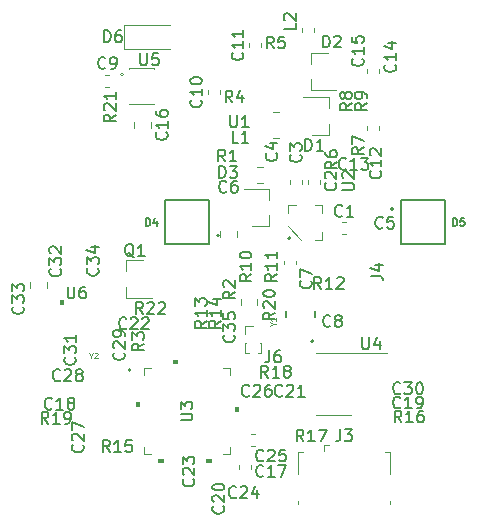
<source format=gto>
G04 #@! TF.GenerationSoftware,KiCad,Pcbnew,(5.1.5)-3*
G04 #@! TF.CreationDate,2021-09-06T00:05:08-04:00*
G04 #@! TF.ProjectId,EPC611 LIDAR,45504336-3131-4204-9c49-4441522e6b69,rev?*
G04 #@! TF.SameCoordinates,Original*
G04 #@! TF.FileFunction,Legend,Top*
G04 #@! TF.FilePolarity,Positive*
%FSLAX46Y46*%
G04 Gerber Fmt 4.6, Leading zero omitted, Abs format (unit mm)*
G04 Created by KiCad (PCBNEW (5.1.5)-3) date 2021-09-06 00:05:08*
%MOMM*%
%LPD*%
G04 APERTURE LIST*
%ADD10C,0.120000*%
%ADD11C,0.200000*%
%ADD12C,0.127000*%
%ADD13C,0.100000*%
%ADD14C,0.150000*%
%ADD15C,0.120200*%
%ADD16C,0.120132*%
G04 APERTURE END LIST*
D10*
X89700000Y-73300000D02*
X93550000Y-73300000D01*
X89700000Y-75300000D02*
X93550000Y-75300000D01*
X89700000Y-73300000D02*
X89700000Y-75300000D01*
D11*
X90250000Y-102500000D02*
G75*
G03X90250000Y-102500000I-100000J0D01*
G01*
X105694000Y-100075000D02*
G75*
G03X105694000Y-100075000I-100000J0D01*
G01*
D12*
X105850000Y-98050000D02*
X105850000Y-97550000D01*
X103350000Y-98050000D02*
X103350000Y-97550000D01*
D13*
G36*
X84265700Y-96940689D02*
G01*
X84265700Y-96559689D01*
X84519700Y-96559689D01*
X84519700Y-96940689D01*
X84265700Y-96940689D01*
G37*
X84265700Y-96940689D02*
X84265700Y-96559689D01*
X84519700Y-96559689D01*
X84519700Y-96940689D01*
X84265700Y-96940689D01*
D10*
X90075000Y-77000001D02*
X90075000Y-76975000D01*
X90075000Y-80025002D02*
X90075000Y-80000001D01*
X90075000Y-80025002D02*
X92175000Y-80025002D01*
X92175000Y-77000001D02*
X92175000Y-76975000D01*
X92175000Y-80025002D02*
X92175000Y-80000001D01*
X90075000Y-76975000D02*
X92175000Y-76975000D01*
X89600002Y-77500000D02*
G75*
G03X89600002Y-77500000I-125001J0D01*
G01*
X111900000Y-101090000D02*
X105900000Y-101090000D01*
X108900000Y-106310000D02*
X105900000Y-106310000D01*
X91367800Y-102367800D02*
X91367800Y-102936760D01*
X91367800Y-109632200D02*
X91936760Y-109632200D01*
X98632200Y-109632200D02*
X98632200Y-109063240D01*
X98632200Y-102367800D02*
X98063240Y-102367800D01*
X91936760Y-102367800D02*
X91367800Y-102367800D01*
X91367800Y-109063240D02*
X91367800Y-109632200D01*
X98063240Y-109632200D02*
X98632200Y-109632200D01*
X98632200Y-102936760D02*
X98632200Y-102367800D01*
D13*
G36*
X94174500Y-101682000D02*
G01*
X93793500Y-101682000D01*
X93793500Y-101936000D01*
X94174500Y-101936000D01*
X94174500Y-101682000D01*
G37*
X94174500Y-101682000D02*
X93793500Y-101682000D01*
X93793500Y-101936000D01*
X94174500Y-101936000D01*
X94174500Y-101682000D01*
G36*
X90936000Y-105199900D02*
G01*
X90682000Y-105199900D01*
X90682000Y-105580900D01*
X90936000Y-105580900D01*
X90936000Y-105199900D01*
G37*
X90936000Y-105199900D02*
X90682000Y-105199900D01*
X90682000Y-105580900D01*
X90936000Y-105580900D01*
X90936000Y-105199900D01*
G36*
X92955300Y-110318000D02*
G01*
X92574300Y-110318000D01*
X92574300Y-110064000D01*
X92955300Y-110064000D01*
X92955300Y-110318000D01*
G37*
X92955300Y-110318000D02*
X92574300Y-110318000D01*
X92574300Y-110064000D01*
X92955300Y-110064000D01*
X92955300Y-110318000D01*
G36*
X97019300Y-110318000D02*
G01*
X96638300Y-110318000D01*
X96638300Y-110064000D01*
X97019300Y-110064000D01*
X97019300Y-110318000D01*
G37*
X97019300Y-110318000D02*
X96638300Y-110318000D01*
X96638300Y-110064000D01*
X97019300Y-110064000D01*
X97019300Y-110318000D01*
G36*
X99064000Y-105606300D02*
G01*
X99318000Y-105606300D01*
X99318000Y-105987300D01*
X99064000Y-105987300D01*
X99064000Y-105606300D01*
G37*
X99064000Y-105606300D02*
X99318000Y-105606300D01*
X99318000Y-105987300D01*
X99064000Y-105987300D01*
X99064000Y-105606300D01*
D11*
X103750000Y-91350000D02*
G75*
G03X103750000Y-91350000I-100000J0D01*
G01*
D10*
X103530000Y-90350000D02*
X104650000Y-91470000D01*
X106470000Y-91470000D02*
X105795000Y-91470000D01*
X106470000Y-90795000D02*
X106470000Y-91470000D01*
X103530000Y-88530000D02*
X104205000Y-88530000D01*
X103530000Y-89205000D02*
X103530000Y-88530000D01*
X106470000Y-88530000D02*
X105795000Y-88530000D01*
X106470000Y-89205000D02*
X106470000Y-88530000D01*
X103530000Y-88530000D02*
X104205000Y-88530000D01*
X103530000Y-89205000D02*
X103530000Y-88530000D01*
X103530000Y-88530000D02*
X104205000Y-88530000D01*
X103530000Y-89205000D02*
X103530000Y-88530000D01*
X99540000Y-96491422D02*
X99540000Y-97008578D01*
X100960000Y-96491422D02*
X100960000Y-97008578D01*
X99210000Y-91258578D02*
X99210000Y-90741422D01*
X97790000Y-91258578D02*
X97790000Y-90741422D01*
X89840000Y-93220000D02*
X91300000Y-93220000D01*
X89840000Y-96380000D02*
X92000000Y-96380000D01*
X89840000Y-96380000D02*
X89840000Y-95450000D01*
X89840000Y-93220000D02*
X89840000Y-94150000D01*
X105760000Y-73912779D02*
X105760000Y-73587221D01*
X104740000Y-73912779D02*
X104740000Y-73587221D01*
X102238748Y-82860000D02*
X102761252Y-82860000D01*
X102238748Y-80640000D02*
X102761252Y-80640000D01*
X99905000Y-98815000D02*
X100600000Y-98815000D01*
X99905000Y-99500000D02*
X99905000Y-98815000D01*
X101208276Y-100185000D02*
X101295000Y-100185000D01*
X99905000Y-100185000D02*
X99991724Y-100185000D01*
X101295000Y-100185000D02*
X101295000Y-101060000D01*
X99905000Y-100185000D02*
X99905000Y-101060000D01*
X100994493Y-101060000D02*
X101295000Y-101060000D01*
X99905000Y-101060000D02*
X100205507Y-101060000D01*
X106600000Y-108887500D02*
X106600000Y-109337500D01*
X106600000Y-108887500D02*
X107050000Y-108887500D01*
X112200000Y-109437500D02*
X111750000Y-109437500D01*
X112200000Y-111287500D02*
X112200000Y-109437500D01*
X104400000Y-113837500D02*
X104400000Y-113587500D01*
X112200000Y-113837500D02*
X112200000Y-113587500D01*
X104400000Y-111287500D02*
X104400000Y-109437500D01*
X104400000Y-109437500D02*
X104850000Y-109437500D01*
D11*
X112463080Y-88868440D02*
G75*
G03X112463080Y-88868440I-100000J0D01*
G01*
D12*
X113125000Y-88125000D02*
X113125000Y-91875000D01*
X113125000Y-91875000D02*
X116875000Y-91875000D01*
X116875000Y-91875000D02*
X116875000Y-88125000D01*
X116875000Y-88125000D02*
X113125000Y-88125000D01*
D11*
X97736920Y-91131560D02*
G75*
G03X97736920Y-91131560I-100000J0D01*
G01*
D12*
X96875000Y-91875000D02*
X96875000Y-88125000D01*
X96875000Y-88125000D02*
X93125000Y-88125000D01*
X93125000Y-88125000D02*
X93125000Y-91875000D01*
X93125000Y-91875000D02*
X96875000Y-91875000D01*
D10*
X101960000Y-90330000D02*
X100500000Y-90330000D01*
X101960000Y-87170000D02*
X99800000Y-87170000D01*
X101960000Y-87170000D02*
X101960000Y-88100000D01*
X101960000Y-90330000D02*
X101960000Y-89400000D01*
X105490000Y-75670000D02*
X106950000Y-75670000D01*
X105490000Y-78830000D02*
X107650000Y-78830000D01*
X105490000Y-78830000D02*
X105490000Y-77900000D01*
X105490000Y-75670000D02*
X105490000Y-76600000D01*
X107010000Y-82580000D02*
X105550000Y-82580000D01*
X107010000Y-79420000D02*
X104850000Y-79420000D01*
X107010000Y-79420000D02*
X107010000Y-80350000D01*
X107010000Y-82580000D02*
X107010000Y-81650000D01*
X83110000Y-95558578D02*
X83110000Y-95041422D01*
X81690000Y-95558578D02*
X81690000Y-95041422D01*
X100437221Y-108910000D02*
X100762779Y-108910000D01*
X100437221Y-107890000D02*
X100762779Y-107890000D01*
X99390000Y-110537221D02*
X99390000Y-110862779D01*
X100410000Y-110537221D02*
X100410000Y-110862779D01*
X90540000Y-81491422D02*
X90540000Y-82008578D01*
X91960000Y-81491422D02*
X91960000Y-82008578D01*
X111260000Y-77375279D02*
X111260000Y-77049721D01*
X110240000Y-77375279D02*
X110240000Y-77049721D01*
X110240000Y-81837221D02*
X110240000Y-82162779D01*
X111260000Y-81837221D02*
X111260000Y-82162779D01*
X101260000Y-75162779D02*
X101260000Y-74837221D01*
X100240000Y-75162779D02*
X100240000Y-74837221D01*
X97760000Y-79162779D02*
X97760000Y-78837221D01*
X96740000Y-79162779D02*
X96740000Y-78837221D01*
X88087221Y-78510000D02*
X88412779Y-78510000D01*
X88087221Y-77490000D02*
X88412779Y-77490000D01*
X104210000Y-93562779D02*
X104210000Y-93237221D01*
X103190000Y-93562779D02*
X103190000Y-93237221D01*
X101458578Y-85290000D02*
X100941422Y-85290000D01*
X101458578Y-86710000D02*
X100941422Y-86710000D01*
X104760000Y-86762779D02*
X104760000Y-86437221D01*
X103740000Y-86762779D02*
X103740000Y-86437221D01*
X106260000Y-86762779D02*
X106260000Y-86437221D01*
X105240000Y-86762779D02*
X105240000Y-86437221D01*
X108137221Y-91010000D02*
X108462779Y-91010000D01*
X108137221Y-89990000D02*
X108462779Y-89990000D01*
D14*
X87961904Y-74752380D02*
X87961904Y-73752380D01*
X88200000Y-73752380D01*
X88342857Y-73800000D01*
X88438095Y-73895238D01*
X88485714Y-73990476D01*
X88533333Y-74180952D01*
X88533333Y-74323809D01*
X88485714Y-74514285D01*
X88438095Y-74609523D01*
X88342857Y-74704761D01*
X88200000Y-74752380D01*
X87961904Y-74752380D01*
X89390476Y-73752380D02*
X89200000Y-73752380D01*
X89104761Y-73800000D01*
X89057142Y-73847619D01*
X88961904Y-73990476D01*
X88914285Y-74180952D01*
X88914285Y-74561904D01*
X88961904Y-74657142D01*
X89009523Y-74704761D01*
X89104761Y-74752380D01*
X89295238Y-74752380D01*
X89390476Y-74704761D01*
X89438095Y-74657142D01*
X89485714Y-74561904D01*
X89485714Y-74323809D01*
X89438095Y-74228571D01*
X89390476Y-74180952D01*
X89295238Y-74133333D01*
X89104761Y-74133333D01*
X89009523Y-74180952D01*
X88961904Y-74228571D01*
X88914285Y-74323809D01*
X98957142Y-99542857D02*
X99004761Y-99590476D01*
X99052380Y-99733333D01*
X99052380Y-99828571D01*
X99004761Y-99971428D01*
X98909523Y-100066666D01*
X98814285Y-100114285D01*
X98623809Y-100161904D01*
X98480952Y-100161904D01*
X98290476Y-100114285D01*
X98195238Y-100066666D01*
X98100000Y-99971428D01*
X98052380Y-99828571D01*
X98052380Y-99733333D01*
X98100000Y-99590476D01*
X98147619Y-99542857D01*
X98052380Y-99209523D02*
X98052380Y-98590476D01*
X98433333Y-98923809D01*
X98433333Y-98780952D01*
X98480952Y-98685714D01*
X98528571Y-98638095D01*
X98623809Y-98590476D01*
X98861904Y-98590476D01*
X98957142Y-98638095D01*
X99004761Y-98685714D01*
X99052380Y-98780952D01*
X99052380Y-99066666D01*
X99004761Y-99161904D01*
X98957142Y-99209523D01*
X98052380Y-97685714D02*
X98052380Y-98161904D01*
X98528571Y-98209523D01*
X98480952Y-98161904D01*
X98433333Y-98066666D01*
X98433333Y-97828571D01*
X98480952Y-97733333D01*
X98528571Y-97685714D01*
X98623809Y-97638095D01*
X98861904Y-97638095D01*
X98957142Y-97685714D01*
X99004761Y-97733333D01*
X99052380Y-97828571D01*
X99052380Y-98066666D01*
X99004761Y-98161904D01*
X98957142Y-98209523D01*
X88952380Y-80892857D02*
X88476190Y-81226190D01*
X88952380Y-81464285D02*
X87952380Y-81464285D01*
X87952380Y-81083333D01*
X88000000Y-80988095D01*
X88047619Y-80940476D01*
X88142857Y-80892857D01*
X88285714Y-80892857D01*
X88380952Y-80940476D01*
X88428571Y-80988095D01*
X88476190Y-81083333D01*
X88476190Y-81464285D01*
X88047619Y-80511904D02*
X88000000Y-80464285D01*
X87952380Y-80369047D01*
X87952380Y-80130952D01*
X88000000Y-80035714D01*
X88047619Y-79988095D01*
X88142857Y-79940476D01*
X88238095Y-79940476D01*
X88380952Y-79988095D01*
X88952380Y-80559523D01*
X88952380Y-79940476D01*
X88952380Y-78988095D02*
X88952380Y-79559523D01*
X88952380Y-79273809D02*
X87952380Y-79273809D01*
X88095238Y-79369047D01*
X88190476Y-79464285D01*
X88238095Y-79559523D01*
D15*
X86871048Y-101288552D02*
X86871048Y-101517504D01*
X86710781Y-101036705D02*
X86871048Y-101288552D01*
X87031314Y-101036705D01*
X87168685Y-101082495D02*
X87191580Y-101059600D01*
X87237371Y-101036705D01*
X87351847Y-101036705D01*
X87397637Y-101059600D01*
X87420532Y-101082495D01*
X87443427Y-101128286D01*
X87443427Y-101174076D01*
X87420532Y-101242762D01*
X87145790Y-101517504D01*
X87443427Y-101517504D01*
D14*
D16*
X102287233Y-98638490D02*
X102516056Y-98638490D01*
X102035529Y-98798666D02*
X102287233Y-98638490D01*
X102035529Y-98478314D01*
X102516056Y-98066434D02*
X102516056Y-98341021D01*
X102516056Y-98203727D02*
X102035529Y-98203727D01*
X102104175Y-98249492D01*
X102149940Y-98295256D01*
X102172822Y-98341021D01*
D14*
X84888095Y-95452380D02*
X84888095Y-96261904D01*
X84935714Y-96357142D01*
X84983333Y-96404761D01*
X85078571Y-96452380D01*
X85269047Y-96452380D01*
X85364285Y-96404761D01*
X85411904Y-96357142D01*
X85459523Y-96261904D01*
X85459523Y-95452380D01*
X86364285Y-95452380D02*
X86173809Y-95452380D01*
X86078571Y-95500000D01*
X86030952Y-95547619D01*
X85935714Y-95690476D01*
X85888095Y-95880952D01*
X85888095Y-96261904D01*
X85935714Y-96357142D01*
X85983333Y-96404761D01*
X86078571Y-96452380D01*
X86269047Y-96452380D01*
X86364285Y-96404761D01*
X86411904Y-96357142D01*
X86459523Y-96261904D01*
X86459523Y-96023809D01*
X86411904Y-95928571D01*
X86364285Y-95880952D01*
X86269047Y-95833333D01*
X86078571Y-95833333D01*
X85983333Y-95880952D01*
X85935714Y-95928571D01*
X85888095Y-96023809D01*
X91038095Y-75702380D02*
X91038095Y-76511904D01*
X91085714Y-76607142D01*
X91133333Y-76654761D01*
X91228571Y-76702380D01*
X91419047Y-76702380D01*
X91514285Y-76654761D01*
X91561904Y-76607142D01*
X91609523Y-76511904D01*
X91609523Y-75702380D01*
X92561904Y-75702380D02*
X92085714Y-75702380D01*
X92038095Y-76178571D01*
X92085714Y-76130952D01*
X92180952Y-76083333D01*
X92419047Y-76083333D01*
X92514285Y-76130952D01*
X92561904Y-76178571D01*
X92609523Y-76273809D01*
X92609523Y-76511904D01*
X92561904Y-76607142D01*
X92514285Y-76654761D01*
X92419047Y-76702380D01*
X92180952Y-76702380D01*
X92085714Y-76654761D01*
X92038095Y-76607142D01*
X109838095Y-99752380D02*
X109838095Y-100561904D01*
X109885714Y-100657142D01*
X109933333Y-100704761D01*
X110028571Y-100752380D01*
X110219047Y-100752380D01*
X110314285Y-100704761D01*
X110361904Y-100657142D01*
X110409523Y-100561904D01*
X110409523Y-99752380D01*
X111314285Y-100085714D02*
X111314285Y-100752380D01*
X111076190Y-99704761D02*
X110838095Y-100419047D01*
X111457142Y-100419047D01*
X94452380Y-106761904D02*
X95261904Y-106761904D01*
X95357142Y-106714285D01*
X95404761Y-106666666D01*
X95452380Y-106571428D01*
X95452380Y-106380952D01*
X95404761Y-106285714D01*
X95357142Y-106238095D01*
X95261904Y-106190476D01*
X94452380Y-106190476D01*
X94452380Y-105809523D02*
X94452380Y-105190476D01*
X94833333Y-105523809D01*
X94833333Y-105380952D01*
X94880952Y-105285714D01*
X94928571Y-105238095D01*
X95023809Y-105190476D01*
X95261904Y-105190476D01*
X95357142Y-105238095D01*
X95404761Y-105285714D01*
X95452380Y-105380952D01*
X95452380Y-105666666D01*
X95404761Y-105761904D01*
X95357142Y-105809523D01*
X108152380Y-87261904D02*
X108961904Y-87261904D01*
X109057142Y-87214285D01*
X109104761Y-87166666D01*
X109152380Y-87071428D01*
X109152380Y-86880952D01*
X109104761Y-86785714D01*
X109057142Y-86738095D01*
X108961904Y-86690476D01*
X108152380Y-86690476D01*
X108247619Y-86261904D02*
X108200000Y-86214285D01*
X108152380Y-86119047D01*
X108152380Y-85880952D01*
X108200000Y-85785714D01*
X108247619Y-85738095D01*
X108342857Y-85690476D01*
X108438095Y-85690476D01*
X108580952Y-85738095D01*
X109152380Y-86309523D01*
X109152380Y-85690476D01*
X98638095Y-80952380D02*
X98638095Y-81761904D01*
X98685714Y-81857142D01*
X98733333Y-81904761D01*
X98828571Y-81952380D01*
X99019047Y-81952380D01*
X99114285Y-81904761D01*
X99161904Y-81857142D01*
X99209523Y-81761904D01*
X99209523Y-80952380D01*
X100209523Y-81952380D02*
X99638095Y-81952380D01*
X99923809Y-81952380D02*
X99923809Y-80952380D01*
X99828571Y-81095238D01*
X99733333Y-81190476D01*
X99638095Y-81238095D01*
X91257142Y-97752380D02*
X90923809Y-97276190D01*
X90685714Y-97752380D02*
X90685714Y-96752380D01*
X91066666Y-96752380D01*
X91161904Y-96800000D01*
X91209523Y-96847619D01*
X91257142Y-96942857D01*
X91257142Y-97085714D01*
X91209523Y-97180952D01*
X91161904Y-97228571D01*
X91066666Y-97276190D01*
X90685714Y-97276190D01*
X91638095Y-96847619D02*
X91685714Y-96800000D01*
X91780952Y-96752380D01*
X92019047Y-96752380D01*
X92114285Y-96800000D01*
X92161904Y-96847619D01*
X92209523Y-96942857D01*
X92209523Y-97038095D01*
X92161904Y-97180952D01*
X91590476Y-97752380D01*
X92209523Y-97752380D01*
X92590476Y-96847619D02*
X92638095Y-96800000D01*
X92733333Y-96752380D01*
X92971428Y-96752380D01*
X93066666Y-96800000D01*
X93114285Y-96847619D01*
X93161904Y-96942857D01*
X93161904Y-97038095D01*
X93114285Y-97180952D01*
X92542857Y-97752380D01*
X93161904Y-97752380D01*
X102452380Y-97642857D02*
X101976190Y-97976190D01*
X102452380Y-98214285D02*
X101452380Y-98214285D01*
X101452380Y-97833333D01*
X101500000Y-97738095D01*
X101547619Y-97690476D01*
X101642857Y-97642857D01*
X101785714Y-97642857D01*
X101880952Y-97690476D01*
X101928571Y-97738095D01*
X101976190Y-97833333D01*
X101976190Y-98214285D01*
X101547619Y-97261904D02*
X101500000Y-97214285D01*
X101452380Y-97119047D01*
X101452380Y-96880952D01*
X101500000Y-96785714D01*
X101547619Y-96738095D01*
X101642857Y-96690476D01*
X101738095Y-96690476D01*
X101880952Y-96738095D01*
X102452380Y-97309523D01*
X102452380Y-96690476D01*
X101452380Y-96071428D02*
X101452380Y-95976190D01*
X101500000Y-95880952D01*
X101547619Y-95833333D01*
X101642857Y-95785714D01*
X101833333Y-95738095D01*
X102071428Y-95738095D01*
X102261904Y-95785714D01*
X102357142Y-95833333D01*
X102404761Y-95880952D01*
X102452380Y-95976190D01*
X102452380Y-96071428D01*
X102404761Y-96166666D01*
X102357142Y-96214285D01*
X102261904Y-96261904D01*
X102071428Y-96309523D01*
X101833333Y-96309523D01*
X101642857Y-96261904D01*
X101547619Y-96214285D01*
X101500000Y-96166666D01*
X101452380Y-96071428D01*
X83257142Y-107052380D02*
X82923809Y-106576190D01*
X82685714Y-107052380D02*
X82685714Y-106052380D01*
X83066666Y-106052380D01*
X83161904Y-106100000D01*
X83209523Y-106147619D01*
X83257142Y-106242857D01*
X83257142Y-106385714D01*
X83209523Y-106480952D01*
X83161904Y-106528571D01*
X83066666Y-106576190D01*
X82685714Y-106576190D01*
X84209523Y-107052380D02*
X83638095Y-107052380D01*
X83923809Y-107052380D02*
X83923809Y-106052380D01*
X83828571Y-106195238D01*
X83733333Y-106290476D01*
X83638095Y-106338095D01*
X84685714Y-107052380D02*
X84876190Y-107052380D01*
X84971428Y-107004761D01*
X85019047Y-106957142D01*
X85114285Y-106814285D01*
X85161904Y-106623809D01*
X85161904Y-106242857D01*
X85114285Y-106147619D01*
X85066666Y-106100000D01*
X84971428Y-106052380D01*
X84780952Y-106052380D01*
X84685714Y-106100000D01*
X84638095Y-106147619D01*
X84590476Y-106242857D01*
X84590476Y-106480952D01*
X84638095Y-106576190D01*
X84685714Y-106623809D01*
X84780952Y-106671428D01*
X84971428Y-106671428D01*
X85066666Y-106623809D01*
X85114285Y-106576190D01*
X85161904Y-106480952D01*
X101857142Y-103152380D02*
X101523809Y-102676190D01*
X101285714Y-103152380D02*
X101285714Y-102152380D01*
X101666666Y-102152380D01*
X101761904Y-102200000D01*
X101809523Y-102247619D01*
X101857142Y-102342857D01*
X101857142Y-102485714D01*
X101809523Y-102580952D01*
X101761904Y-102628571D01*
X101666666Y-102676190D01*
X101285714Y-102676190D01*
X102809523Y-103152380D02*
X102238095Y-103152380D01*
X102523809Y-103152380D02*
X102523809Y-102152380D01*
X102428571Y-102295238D01*
X102333333Y-102390476D01*
X102238095Y-102438095D01*
X103380952Y-102580952D02*
X103285714Y-102533333D01*
X103238095Y-102485714D01*
X103190476Y-102390476D01*
X103190476Y-102342857D01*
X103238095Y-102247619D01*
X103285714Y-102200000D01*
X103380952Y-102152380D01*
X103571428Y-102152380D01*
X103666666Y-102200000D01*
X103714285Y-102247619D01*
X103761904Y-102342857D01*
X103761904Y-102390476D01*
X103714285Y-102485714D01*
X103666666Y-102533333D01*
X103571428Y-102580952D01*
X103380952Y-102580952D01*
X103285714Y-102628571D01*
X103238095Y-102676190D01*
X103190476Y-102771428D01*
X103190476Y-102961904D01*
X103238095Y-103057142D01*
X103285714Y-103104761D01*
X103380952Y-103152380D01*
X103571428Y-103152380D01*
X103666666Y-103104761D01*
X103714285Y-103057142D01*
X103761904Y-102961904D01*
X103761904Y-102771428D01*
X103714285Y-102676190D01*
X103666666Y-102628571D01*
X103571428Y-102580952D01*
X104857142Y-108552380D02*
X104523809Y-108076190D01*
X104285714Y-108552380D02*
X104285714Y-107552380D01*
X104666666Y-107552380D01*
X104761904Y-107600000D01*
X104809523Y-107647619D01*
X104857142Y-107742857D01*
X104857142Y-107885714D01*
X104809523Y-107980952D01*
X104761904Y-108028571D01*
X104666666Y-108076190D01*
X104285714Y-108076190D01*
X105809523Y-108552380D02*
X105238095Y-108552380D01*
X105523809Y-108552380D02*
X105523809Y-107552380D01*
X105428571Y-107695238D01*
X105333333Y-107790476D01*
X105238095Y-107838095D01*
X106142857Y-107552380D02*
X106809523Y-107552380D01*
X106380952Y-108552380D01*
X113157142Y-106952380D02*
X112823809Y-106476190D01*
X112585714Y-106952380D02*
X112585714Y-105952380D01*
X112966666Y-105952380D01*
X113061904Y-106000000D01*
X113109523Y-106047619D01*
X113157142Y-106142857D01*
X113157142Y-106285714D01*
X113109523Y-106380952D01*
X113061904Y-106428571D01*
X112966666Y-106476190D01*
X112585714Y-106476190D01*
X114109523Y-106952380D02*
X113538095Y-106952380D01*
X113823809Y-106952380D02*
X113823809Y-105952380D01*
X113728571Y-106095238D01*
X113633333Y-106190476D01*
X113538095Y-106238095D01*
X114966666Y-105952380D02*
X114776190Y-105952380D01*
X114680952Y-106000000D01*
X114633333Y-106047619D01*
X114538095Y-106190476D01*
X114490476Y-106380952D01*
X114490476Y-106761904D01*
X114538095Y-106857142D01*
X114585714Y-106904761D01*
X114680952Y-106952380D01*
X114871428Y-106952380D01*
X114966666Y-106904761D01*
X115014285Y-106857142D01*
X115061904Y-106761904D01*
X115061904Y-106523809D01*
X115014285Y-106428571D01*
X114966666Y-106380952D01*
X114871428Y-106333333D01*
X114680952Y-106333333D01*
X114585714Y-106380952D01*
X114538095Y-106428571D01*
X114490476Y-106523809D01*
X88457142Y-109452380D02*
X88123809Y-108976190D01*
X87885714Y-109452380D02*
X87885714Y-108452380D01*
X88266666Y-108452380D01*
X88361904Y-108500000D01*
X88409523Y-108547619D01*
X88457142Y-108642857D01*
X88457142Y-108785714D01*
X88409523Y-108880952D01*
X88361904Y-108928571D01*
X88266666Y-108976190D01*
X87885714Y-108976190D01*
X89409523Y-109452380D02*
X88838095Y-109452380D01*
X89123809Y-109452380D02*
X89123809Y-108452380D01*
X89028571Y-108595238D01*
X88933333Y-108690476D01*
X88838095Y-108738095D01*
X90314285Y-108452380D02*
X89838095Y-108452380D01*
X89790476Y-108928571D01*
X89838095Y-108880952D01*
X89933333Y-108833333D01*
X90171428Y-108833333D01*
X90266666Y-108880952D01*
X90314285Y-108928571D01*
X90361904Y-109023809D01*
X90361904Y-109261904D01*
X90314285Y-109357142D01*
X90266666Y-109404761D01*
X90171428Y-109452380D01*
X89933333Y-109452380D01*
X89838095Y-109404761D01*
X89790476Y-109357142D01*
X97852380Y-98342857D02*
X97376190Y-98676190D01*
X97852380Y-98914285D02*
X96852380Y-98914285D01*
X96852380Y-98533333D01*
X96900000Y-98438095D01*
X96947619Y-98390476D01*
X97042857Y-98342857D01*
X97185714Y-98342857D01*
X97280952Y-98390476D01*
X97328571Y-98438095D01*
X97376190Y-98533333D01*
X97376190Y-98914285D01*
X97852380Y-97390476D02*
X97852380Y-97961904D01*
X97852380Y-97676190D02*
X96852380Y-97676190D01*
X96995238Y-97771428D01*
X97090476Y-97866666D01*
X97138095Y-97961904D01*
X97185714Y-96533333D02*
X97852380Y-96533333D01*
X96804761Y-96771428D02*
X97519047Y-97009523D01*
X97519047Y-96390476D01*
X96652380Y-98342857D02*
X96176190Y-98676190D01*
X96652380Y-98914285D02*
X95652380Y-98914285D01*
X95652380Y-98533333D01*
X95700000Y-98438095D01*
X95747619Y-98390476D01*
X95842857Y-98342857D01*
X95985714Y-98342857D01*
X96080952Y-98390476D01*
X96128571Y-98438095D01*
X96176190Y-98533333D01*
X96176190Y-98914285D01*
X96652380Y-97390476D02*
X96652380Y-97961904D01*
X96652380Y-97676190D02*
X95652380Y-97676190D01*
X95795238Y-97771428D01*
X95890476Y-97866666D01*
X95938095Y-97961904D01*
X95652380Y-97057142D02*
X95652380Y-96438095D01*
X96033333Y-96771428D01*
X96033333Y-96628571D01*
X96080952Y-96533333D01*
X96128571Y-96485714D01*
X96223809Y-96438095D01*
X96461904Y-96438095D01*
X96557142Y-96485714D01*
X96604761Y-96533333D01*
X96652380Y-96628571D01*
X96652380Y-96914285D01*
X96604761Y-97009523D01*
X96557142Y-97057142D01*
X106357142Y-95652380D02*
X106023809Y-95176190D01*
X105785714Y-95652380D02*
X105785714Y-94652380D01*
X106166666Y-94652380D01*
X106261904Y-94700000D01*
X106309523Y-94747619D01*
X106357142Y-94842857D01*
X106357142Y-94985714D01*
X106309523Y-95080952D01*
X106261904Y-95128571D01*
X106166666Y-95176190D01*
X105785714Y-95176190D01*
X107309523Y-95652380D02*
X106738095Y-95652380D01*
X107023809Y-95652380D02*
X107023809Y-94652380D01*
X106928571Y-94795238D01*
X106833333Y-94890476D01*
X106738095Y-94938095D01*
X107690476Y-94747619D02*
X107738095Y-94700000D01*
X107833333Y-94652380D01*
X108071428Y-94652380D01*
X108166666Y-94700000D01*
X108214285Y-94747619D01*
X108261904Y-94842857D01*
X108261904Y-94938095D01*
X108214285Y-95080952D01*
X107642857Y-95652380D01*
X108261904Y-95652380D01*
X102602380Y-94392857D02*
X102126190Y-94726190D01*
X102602380Y-94964285D02*
X101602380Y-94964285D01*
X101602380Y-94583333D01*
X101650000Y-94488095D01*
X101697619Y-94440476D01*
X101792857Y-94392857D01*
X101935714Y-94392857D01*
X102030952Y-94440476D01*
X102078571Y-94488095D01*
X102126190Y-94583333D01*
X102126190Y-94964285D01*
X102602380Y-93440476D02*
X102602380Y-94011904D01*
X102602380Y-93726190D02*
X101602380Y-93726190D01*
X101745238Y-93821428D01*
X101840476Y-93916666D01*
X101888095Y-94011904D01*
X102602380Y-92488095D02*
X102602380Y-93059523D01*
X102602380Y-92773809D02*
X101602380Y-92773809D01*
X101745238Y-92869047D01*
X101840476Y-92964285D01*
X101888095Y-93059523D01*
X100452380Y-94392857D02*
X99976190Y-94726190D01*
X100452380Y-94964285D02*
X99452380Y-94964285D01*
X99452380Y-94583333D01*
X99500000Y-94488095D01*
X99547619Y-94440476D01*
X99642857Y-94392857D01*
X99785714Y-94392857D01*
X99880952Y-94440476D01*
X99928571Y-94488095D01*
X99976190Y-94583333D01*
X99976190Y-94964285D01*
X100452380Y-93440476D02*
X100452380Y-94011904D01*
X100452380Y-93726190D02*
X99452380Y-93726190D01*
X99595238Y-93821428D01*
X99690476Y-93916666D01*
X99738095Y-94011904D01*
X99452380Y-92821428D02*
X99452380Y-92726190D01*
X99500000Y-92630952D01*
X99547619Y-92583333D01*
X99642857Y-92535714D01*
X99833333Y-92488095D01*
X100071428Y-92488095D01*
X100261904Y-92535714D01*
X100357142Y-92583333D01*
X100404761Y-92630952D01*
X100452380Y-92726190D01*
X100452380Y-92821428D01*
X100404761Y-92916666D01*
X100357142Y-92964285D01*
X100261904Y-93011904D01*
X100071428Y-93059523D01*
X99833333Y-93059523D01*
X99642857Y-93011904D01*
X99547619Y-92964285D01*
X99500000Y-92916666D01*
X99452380Y-92821428D01*
X110202380Y-79916666D02*
X109726190Y-80250000D01*
X110202380Y-80488095D02*
X109202380Y-80488095D01*
X109202380Y-80107142D01*
X109250000Y-80011904D01*
X109297619Y-79964285D01*
X109392857Y-79916666D01*
X109535714Y-79916666D01*
X109630952Y-79964285D01*
X109678571Y-80011904D01*
X109726190Y-80107142D01*
X109726190Y-80488095D01*
X110202380Y-79440476D02*
X110202380Y-79250000D01*
X110154761Y-79154761D01*
X110107142Y-79107142D01*
X109964285Y-79011904D01*
X109773809Y-78964285D01*
X109392857Y-78964285D01*
X109297619Y-79011904D01*
X109250000Y-79059523D01*
X109202380Y-79154761D01*
X109202380Y-79345238D01*
X109250000Y-79440476D01*
X109297619Y-79488095D01*
X109392857Y-79535714D01*
X109630952Y-79535714D01*
X109726190Y-79488095D01*
X109773809Y-79440476D01*
X109821428Y-79345238D01*
X109821428Y-79154761D01*
X109773809Y-79059523D01*
X109726190Y-79011904D01*
X109630952Y-78964285D01*
X108952380Y-79916666D02*
X108476190Y-80250000D01*
X108952380Y-80488095D02*
X107952380Y-80488095D01*
X107952380Y-80107142D01*
X108000000Y-80011904D01*
X108047619Y-79964285D01*
X108142857Y-79916666D01*
X108285714Y-79916666D01*
X108380952Y-79964285D01*
X108428571Y-80011904D01*
X108476190Y-80107142D01*
X108476190Y-80488095D01*
X108380952Y-79345238D02*
X108333333Y-79440476D01*
X108285714Y-79488095D01*
X108190476Y-79535714D01*
X108142857Y-79535714D01*
X108047619Y-79488095D01*
X108000000Y-79440476D01*
X107952380Y-79345238D01*
X107952380Y-79154761D01*
X108000000Y-79059523D01*
X108047619Y-79011904D01*
X108142857Y-78964285D01*
X108190476Y-78964285D01*
X108285714Y-79011904D01*
X108333333Y-79059523D01*
X108380952Y-79154761D01*
X108380952Y-79345238D01*
X108428571Y-79440476D01*
X108476190Y-79488095D01*
X108571428Y-79535714D01*
X108761904Y-79535714D01*
X108857142Y-79488095D01*
X108904761Y-79440476D01*
X108952380Y-79345238D01*
X108952380Y-79154761D01*
X108904761Y-79059523D01*
X108857142Y-79011904D01*
X108761904Y-78964285D01*
X108571428Y-78964285D01*
X108476190Y-79011904D01*
X108428571Y-79059523D01*
X108380952Y-79154761D01*
X109952380Y-83666666D02*
X109476190Y-84000000D01*
X109952380Y-84238095D02*
X108952380Y-84238095D01*
X108952380Y-83857142D01*
X109000000Y-83761904D01*
X109047619Y-83714285D01*
X109142857Y-83666666D01*
X109285714Y-83666666D01*
X109380952Y-83714285D01*
X109428571Y-83761904D01*
X109476190Y-83857142D01*
X109476190Y-84238095D01*
X108952380Y-83333333D02*
X108952380Y-82666666D01*
X109952380Y-83095238D01*
X107702380Y-84866666D02*
X107226190Y-85200000D01*
X107702380Y-85438095D02*
X106702380Y-85438095D01*
X106702380Y-85057142D01*
X106750000Y-84961904D01*
X106797619Y-84914285D01*
X106892857Y-84866666D01*
X107035714Y-84866666D01*
X107130952Y-84914285D01*
X107178571Y-84961904D01*
X107226190Y-85057142D01*
X107226190Y-85438095D01*
X106702380Y-84009523D02*
X106702380Y-84200000D01*
X106750000Y-84295238D01*
X106797619Y-84342857D01*
X106940476Y-84438095D01*
X107130952Y-84485714D01*
X107511904Y-84485714D01*
X107607142Y-84438095D01*
X107654761Y-84390476D01*
X107702380Y-84295238D01*
X107702380Y-84104761D01*
X107654761Y-84009523D01*
X107607142Y-83961904D01*
X107511904Y-83914285D01*
X107273809Y-83914285D01*
X107178571Y-83961904D01*
X107130952Y-84009523D01*
X107083333Y-84104761D01*
X107083333Y-84295238D01*
X107130952Y-84390476D01*
X107178571Y-84438095D01*
X107273809Y-84485714D01*
X102333333Y-75282380D02*
X102000000Y-74806190D01*
X101761904Y-75282380D02*
X101761904Y-74282380D01*
X102142857Y-74282380D01*
X102238095Y-74330000D01*
X102285714Y-74377619D01*
X102333333Y-74472857D01*
X102333333Y-74615714D01*
X102285714Y-74710952D01*
X102238095Y-74758571D01*
X102142857Y-74806190D01*
X101761904Y-74806190D01*
X103238095Y-74282380D02*
X102761904Y-74282380D01*
X102714285Y-74758571D01*
X102761904Y-74710952D01*
X102857142Y-74663333D01*
X103095238Y-74663333D01*
X103190476Y-74710952D01*
X103238095Y-74758571D01*
X103285714Y-74853809D01*
X103285714Y-75091904D01*
X103238095Y-75187142D01*
X103190476Y-75234761D01*
X103095238Y-75282380D01*
X102857142Y-75282380D01*
X102761904Y-75234761D01*
X102714285Y-75187142D01*
X98833333Y-79852380D02*
X98500000Y-79376190D01*
X98261904Y-79852380D02*
X98261904Y-78852380D01*
X98642857Y-78852380D01*
X98738095Y-78900000D01*
X98785714Y-78947619D01*
X98833333Y-79042857D01*
X98833333Y-79185714D01*
X98785714Y-79280952D01*
X98738095Y-79328571D01*
X98642857Y-79376190D01*
X98261904Y-79376190D01*
X99690476Y-79185714D02*
X99690476Y-79852380D01*
X99452380Y-78804761D02*
X99214285Y-79519047D01*
X99833333Y-79519047D01*
X91352380Y-100266666D02*
X90876190Y-100600000D01*
X91352380Y-100838095D02*
X90352380Y-100838095D01*
X90352380Y-100457142D01*
X90400000Y-100361904D01*
X90447619Y-100314285D01*
X90542857Y-100266666D01*
X90685714Y-100266666D01*
X90780952Y-100314285D01*
X90828571Y-100361904D01*
X90876190Y-100457142D01*
X90876190Y-100838095D01*
X90352380Y-99933333D02*
X90352380Y-99314285D01*
X90733333Y-99647619D01*
X90733333Y-99504761D01*
X90780952Y-99409523D01*
X90828571Y-99361904D01*
X90923809Y-99314285D01*
X91161904Y-99314285D01*
X91257142Y-99361904D01*
X91304761Y-99409523D01*
X91352380Y-99504761D01*
X91352380Y-99790476D01*
X91304761Y-99885714D01*
X91257142Y-99933333D01*
X99052380Y-95866666D02*
X98576190Y-96200000D01*
X99052380Y-96438095D02*
X98052380Y-96438095D01*
X98052380Y-96057142D01*
X98100000Y-95961904D01*
X98147619Y-95914285D01*
X98242857Y-95866666D01*
X98385714Y-95866666D01*
X98480952Y-95914285D01*
X98528571Y-95961904D01*
X98576190Y-96057142D01*
X98576190Y-96438095D01*
X98147619Y-95485714D02*
X98100000Y-95438095D01*
X98052380Y-95342857D01*
X98052380Y-95104761D01*
X98100000Y-95009523D01*
X98147619Y-94961904D01*
X98242857Y-94914285D01*
X98338095Y-94914285D01*
X98480952Y-94961904D01*
X99052380Y-95533333D01*
X99052380Y-94914285D01*
X98233333Y-84852380D02*
X97900000Y-84376190D01*
X97661904Y-84852380D02*
X97661904Y-83852380D01*
X98042857Y-83852380D01*
X98138095Y-83900000D01*
X98185714Y-83947619D01*
X98233333Y-84042857D01*
X98233333Y-84185714D01*
X98185714Y-84280952D01*
X98138095Y-84328571D01*
X98042857Y-84376190D01*
X97661904Y-84376190D01*
X99185714Y-84852380D02*
X98614285Y-84852380D01*
X98900000Y-84852380D02*
X98900000Y-83852380D01*
X98804761Y-83995238D01*
X98709523Y-84090476D01*
X98614285Y-84138095D01*
X90504761Y-92947619D02*
X90409523Y-92900000D01*
X90314285Y-92804761D01*
X90171428Y-92661904D01*
X90076190Y-92614285D01*
X89980952Y-92614285D01*
X90028571Y-92852380D02*
X89933333Y-92804761D01*
X89838095Y-92709523D01*
X89790476Y-92519047D01*
X89790476Y-92185714D01*
X89838095Y-91995238D01*
X89933333Y-91900000D01*
X90028571Y-91852380D01*
X90219047Y-91852380D01*
X90314285Y-91900000D01*
X90409523Y-91995238D01*
X90457142Y-92185714D01*
X90457142Y-92519047D01*
X90409523Y-92709523D01*
X90314285Y-92804761D01*
X90219047Y-92852380D01*
X90028571Y-92852380D01*
X91409523Y-92852380D02*
X90838095Y-92852380D01*
X91123809Y-92852380D02*
X91123809Y-91852380D01*
X91028571Y-91995238D01*
X90933333Y-92090476D01*
X90838095Y-92138095D01*
X104202380Y-73166666D02*
X104202380Y-73642857D01*
X103202380Y-73642857D01*
X103297619Y-72880952D02*
X103250000Y-72833333D01*
X103202380Y-72738095D01*
X103202380Y-72500000D01*
X103250000Y-72404761D01*
X103297619Y-72357142D01*
X103392857Y-72309523D01*
X103488095Y-72309523D01*
X103630952Y-72357142D01*
X104202380Y-72928571D01*
X104202380Y-72309523D01*
X99333333Y-83252380D02*
X98857142Y-83252380D01*
X98857142Y-82252380D01*
X100190476Y-83252380D02*
X99619047Y-83252380D01*
X99904761Y-83252380D02*
X99904761Y-82252380D01*
X99809523Y-82395238D01*
X99714285Y-82490476D01*
X99619047Y-82538095D01*
X101966666Y-100852380D02*
X101966666Y-101566666D01*
X101919047Y-101709523D01*
X101823809Y-101804761D01*
X101680952Y-101852380D01*
X101585714Y-101852380D01*
X102871428Y-100852380D02*
X102680952Y-100852380D01*
X102585714Y-100900000D01*
X102538095Y-100947619D01*
X102442857Y-101090476D01*
X102395238Y-101280952D01*
X102395238Y-101661904D01*
X102442857Y-101757142D01*
X102490476Y-101804761D01*
X102585714Y-101852380D01*
X102776190Y-101852380D01*
X102871428Y-101804761D01*
X102919047Y-101757142D01*
X102966666Y-101661904D01*
X102966666Y-101423809D01*
X102919047Y-101328571D01*
X102871428Y-101280952D01*
X102776190Y-101233333D01*
X102585714Y-101233333D01*
X102490476Y-101280952D01*
X102442857Y-101328571D01*
X102395238Y-101423809D01*
X110552380Y-94533333D02*
X111266666Y-94533333D01*
X111409523Y-94580952D01*
X111504761Y-94676190D01*
X111552380Y-94819047D01*
X111552380Y-94914285D01*
X110885714Y-93628571D02*
X111552380Y-93628571D01*
X110504761Y-93866666D02*
X111219047Y-94104761D01*
X111219047Y-93485714D01*
X107966666Y-107539880D02*
X107966666Y-108254166D01*
X107919047Y-108397023D01*
X107823809Y-108492261D01*
X107680952Y-108539880D01*
X107585714Y-108539880D01*
X108347619Y-107539880D02*
X108966666Y-107539880D01*
X108633333Y-107920833D01*
X108776190Y-107920833D01*
X108871428Y-107968452D01*
X108919047Y-108016071D01*
X108966666Y-108111309D01*
X108966666Y-108349404D01*
X108919047Y-108444642D01*
X108871428Y-108492261D01*
X108776190Y-108539880D01*
X108490476Y-108539880D01*
X108395238Y-108492261D01*
X108347619Y-108444642D01*
X117535058Y-90284964D02*
X117535058Y-89655043D01*
X117685039Y-89655043D01*
X117775028Y-89685039D01*
X117835020Y-89745031D01*
X117865016Y-89805024D01*
X117895013Y-89925009D01*
X117895013Y-90014998D01*
X117865016Y-90134983D01*
X117835020Y-90194975D01*
X117775028Y-90254968D01*
X117685039Y-90284964D01*
X117535058Y-90284964D01*
X118464941Y-89655043D02*
X118164979Y-89655043D01*
X118134983Y-89955005D01*
X118164979Y-89925009D01*
X118224971Y-89895013D01*
X118374952Y-89895013D01*
X118434945Y-89925009D01*
X118464941Y-89955005D01*
X118494937Y-90014998D01*
X118494937Y-90164979D01*
X118464941Y-90224971D01*
X118434945Y-90254968D01*
X118374952Y-90284964D01*
X118224971Y-90284964D01*
X118164979Y-90254968D01*
X118134983Y-90224971D01*
X91535058Y-90284964D02*
X91535058Y-89655043D01*
X91685039Y-89655043D01*
X91775028Y-89685039D01*
X91835020Y-89745031D01*
X91865016Y-89805024D01*
X91895013Y-89925009D01*
X91895013Y-90014998D01*
X91865016Y-90134983D01*
X91835020Y-90194975D01*
X91775028Y-90254968D01*
X91685039Y-90284964D01*
X91535058Y-90284964D01*
X92434945Y-89865016D02*
X92434945Y-90284964D01*
X92284964Y-89625047D02*
X92134983Y-90074990D01*
X92524934Y-90074990D01*
X97711904Y-86252380D02*
X97711904Y-85252380D01*
X97950000Y-85252380D01*
X98092857Y-85300000D01*
X98188095Y-85395238D01*
X98235714Y-85490476D01*
X98283333Y-85680952D01*
X98283333Y-85823809D01*
X98235714Y-86014285D01*
X98188095Y-86109523D01*
X98092857Y-86204761D01*
X97950000Y-86252380D01*
X97711904Y-86252380D01*
X98616666Y-85252380D02*
X99235714Y-85252380D01*
X98902380Y-85633333D01*
X99045238Y-85633333D01*
X99140476Y-85680952D01*
X99188095Y-85728571D01*
X99235714Y-85823809D01*
X99235714Y-86061904D01*
X99188095Y-86157142D01*
X99140476Y-86204761D01*
X99045238Y-86252380D01*
X98759523Y-86252380D01*
X98664285Y-86204761D01*
X98616666Y-86157142D01*
X106511904Y-75202380D02*
X106511904Y-74202380D01*
X106750000Y-74202380D01*
X106892857Y-74250000D01*
X106988095Y-74345238D01*
X107035714Y-74440476D01*
X107083333Y-74630952D01*
X107083333Y-74773809D01*
X107035714Y-74964285D01*
X106988095Y-75059523D01*
X106892857Y-75154761D01*
X106750000Y-75202380D01*
X106511904Y-75202380D01*
X107464285Y-74297619D02*
X107511904Y-74250000D01*
X107607142Y-74202380D01*
X107845238Y-74202380D01*
X107940476Y-74250000D01*
X107988095Y-74297619D01*
X108035714Y-74392857D01*
X108035714Y-74488095D01*
X107988095Y-74630952D01*
X107416666Y-75202380D01*
X108035714Y-75202380D01*
X105011904Y-83952380D02*
X105011904Y-82952380D01*
X105250000Y-82952380D01*
X105392857Y-83000000D01*
X105488095Y-83095238D01*
X105535714Y-83190476D01*
X105583333Y-83380952D01*
X105583333Y-83523809D01*
X105535714Y-83714285D01*
X105488095Y-83809523D01*
X105392857Y-83904761D01*
X105250000Y-83952380D01*
X105011904Y-83952380D01*
X106535714Y-83952380D02*
X105964285Y-83952380D01*
X106250000Y-83952380D02*
X106250000Y-82952380D01*
X106154761Y-83095238D01*
X106059523Y-83190476D01*
X105964285Y-83238095D01*
X87427142Y-93892857D02*
X87474761Y-93940476D01*
X87522380Y-94083333D01*
X87522380Y-94178571D01*
X87474761Y-94321428D01*
X87379523Y-94416666D01*
X87284285Y-94464285D01*
X87093809Y-94511904D01*
X86950952Y-94511904D01*
X86760476Y-94464285D01*
X86665238Y-94416666D01*
X86570000Y-94321428D01*
X86522380Y-94178571D01*
X86522380Y-94083333D01*
X86570000Y-93940476D01*
X86617619Y-93892857D01*
X86522380Y-93559523D02*
X86522380Y-92940476D01*
X86903333Y-93273809D01*
X86903333Y-93130952D01*
X86950952Y-93035714D01*
X86998571Y-92988095D01*
X87093809Y-92940476D01*
X87331904Y-92940476D01*
X87427142Y-92988095D01*
X87474761Y-93035714D01*
X87522380Y-93130952D01*
X87522380Y-93416666D01*
X87474761Y-93511904D01*
X87427142Y-93559523D01*
X86855714Y-92083333D02*
X87522380Y-92083333D01*
X86474761Y-92321428D02*
X87189047Y-92559523D01*
X87189047Y-91940476D01*
X81107142Y-97142857D02*
X81154761Y-97190476D01*
X81202380Y-97333333D01*
X81202380Y-97428571D01*
X81154761Y-97571428D01*
X81059523Y-97666666D01*
X80964285Y-97714285D01*
X80773809Y-97761904D01*
X80630952Y-97761904D01*
X80440476Y-97714285D01*
X80345238Y-97666666D01*
X80250000Y-97571428D01*
X80202380Y-97428571D01*
X80202380Y-97333333D01*
X80250000Y-97190476D01*
X80297619Y-97142857D01*
X80202380Y-96809523D02*
X80202380Y-96190476D01*
X80583333Y-96523809D01*
X80583333Y-96380952D01*
X80630952Y-96285714D01*
X80678571Y-96238095D01*
X80773809Y-96190476D01*
X81011904Y-96190476D01*
X81107142Y-96238095D01*
X81154761Y-96285714D01*
X81202380Y-96380952D01*
X81202380Y-96666666D01*
X81154761Y-96761904D01*
X81107142Y-96809523D01*
X80202380Y-95857142D02*
X80202380Y-95238095D01*
X80583333Y-95571428D01*
X80583333Y-95428571D01*
X80630952Y-95333333D01*
X80678571Y-95285714D01*
X80773809Y-95238095D01*
X81011904Y-95238095D01*
X81107142Y-95285714D01*
X81154761Y-95333333D01*
X81202380Y-95428571D01*
X81202380Y-95714285D01*
X81154761Y-95809523D01*
X81107142Y-95857142D01*
X84257142Y-93942857D02*
X84304761Y-93990476D01*
X84352380Y-94133333D01*
X84352380Y-94228571D01*
X84304761Y-94371428D01*
X84209523Y-94466666D01*
X84114285Y-94514285D01*
X83923809Y-94561904D01*
X83780952Y-94561904D01*
X83590476Y-94514285D01*
X83495238Y-94466666D01*
X83400000Y-94371428D01*
X83352380Y-94228571D01*
X83352380Y-94133333D01*
X83400000Y-93990476D01*
X83447619Y-93942857D01*
X83352380Y-93609523D02*
X83352380Y-92990476D01*
X83733333Y-93323809D01*
X83733333Y-93180952D01*
X83780952Y-93085714D01*
X83828571Y-93038095D01*
X83923809Y-92990476D01*
X84161904Y-92990476D01*
X84257142Y-93038095D01*
X84304761Y-93085714D01*
X84352380Y-93180952D01*
X84352380Y-93466666D01*
X84304761Y-93561904D01*
X84257142Y-93609523D01*
X83447619Y-92609523D02*
X83400000Y-92561904D01*
X83352380Y-92466666D01*
X83352380Y-92228571D01*
X83400000Y-92133333D01*
X83447619Y-92085714D01*
X83542857Y-92038095D01*
X83638095Y-92038095D01*
X83780952Y-92085714D01*
X84352380Y-92657142D01*
X84352380Y-92038095D01*
X85507142Y-101442857D02*
X85554761Y-101490476D01*
X85602380Y-101633333D01*
X85602380Y-101728571D01*
X85554761Y-101871428D01*
X85459523Y-101966666D01*
X85364285Y-102014285D01*
X85173809Y-102061904D01*
X85030952Y-102061904D01*
X84840476Y-102014285D01*
X84745238Y-101966666D01*
X84650000Y-101871428D01*
X84602380Y-101728571D01*
X84602380Y-101633333D01*
X84650000Y-101490476D01*
X84697619Y-101442857D01*
X84602380Y-101109523D02*
X84602380Y-100490476D01*
X84983333Y-100823809D01*
X84983333Y-100680952D01*
X85030952Y-100585714D01*
X85078571Y-100538095D01*
X85173809Y-100490476D01*
X85411904Y-100490476D01*
X85507142Y-100538095D01*
X85554761Y-100585714D01*
X85602380Y-100680952D01*
X85602380Y-100966666D01*
X85554761Y-101061904D01*
X85507142Y-101109523D01*
X85602380Y-99538095D02*
X85602380Y-100109523D01*
X85602380Y-99823809D02*
X84602380Y-99823809D01*
X84745238Y-99919047D01*
X84840476Y-100014285D01*
X84888095Y-100109523D01*
X113057142Y-104457142D02*
X113009523Y-104504761D01*
X112866666Y-104552380D01*
X112771428Y-104552380D01*
X112628571Y-104504761D01*
X112533333Y-104409523D01*
X112485714Y-104314285D01*
X112438095Y-104123809D01*
X112438095Y-103980952D01*
X112485714Y-103790476D01*
X112533333Y-103695238D01*
X112628571Y-103600000D01*
X112771428Y-103552380D01*
X112866666Y-103552380D01*
X113009523Y-103600000D01*
X113057142Y-103647619D01*
X113390476Y-103552380D02*
X114009523Y-103552380D01*
X113676190Y-103933333D01*
X113819047Y-103933333D01*
X113914285Y-103980952D01*
X113961904Y-104028571D01*
X114009523Y-104123809D01*
X114009523Y-104361904D01*
X113961904Y-104457142D01*
X113914285Y-104504761D01*
X113819047Y-104552380D01*
X113533333Y-104552380D01*
X113438095Y-104504761D01*
X113390476Y-104457142D01*
X114628571Y-103552380D02*
X114723809Y-103552380D01*
X114819047Y-103600000D01*
X114866666Y-103647619D01*
X114914285Y-103742857D01*
X114961904Y-103933333D01*
X114961904Y-104171428D01*
X114914285Y-104361904D01*
X114866666Y-104457142D01*
X114819047Y-104504761D01*
X114723809Y-104552380D01*
X114628571Y-104552380D01*
X114533333Y-104504761D01*
X114485714Y-104457142D01*
X114438095Y-104361904D01*
X114390476Y-104171428D01*
X114390476Y-103933333D01*
X114438095Y-103742857D01*
X114485714Y-103647619D01*
X114533333Y-103600000D01*
X114628571Y-103552380D01*
X89657142Y-101042857D02*
X89704761Y-101090476D01*
X89752380Y-101233333D01*
X89752380Y-101328571D01*
X89704761Y-101471428D01*
X89609523Y-101566666D01*
X89514285Y-101614285D01*
X89323809Y-101661904D01*
X89180952Y-101661904D01*
X88990476Y-101614285D01*
X88895238Y-101566666D01*
X88800000Y-101471428D01*
X88752380Y-101328571D01*
X88752380Y-101233333D01*
X88800000Y-101090476D01*
X88847619Y-101042857D01*
X88847619Y-100661904D02*
X88800000Y-100614285D01*
X88752380Y-100519047D01*
X88752380Y-100280952D01*
X88800000Y-100185714D01*
X88847619Y-100138095D01*
X88942857Y-100090476D01*
X89038095Y-100090476D01*
X89180952Y-100138095D01*
X89752380Y-100709523D01*
X89752380Y-100090476D01*
X89752380Y-99614285D02*
X89752380Y-99423809D01*
X89704761Y-99328571D01*
X89657142Y-99280952D01*
X89514285Y-99185714D01*
X89323809Y-99138095D01*
X88942857Y-99138095D01*
X88847619Y-99185714D01*
X88800000Y-99233333D01*
X88752380Y-99328571D01*
X88752380Y-99519047D01*
X88800000Y-99614285D01*
X88847619Y-99661904D01*
X88942857Y-99709523D01*
X89180952Y-99709523D01*
X89276190Y-99661904D01*
X89323809Y-99614285D01*
X89371428Y-99519047D01*
X89371428Y-99328571D01*
X89323809Y-99233333D01*
X89276190Y-99185714D01*
X89180952Y-99138095D01*
X84257142Y-103357142D02*
X84209523Y-103404761D01*
X84066666Y-103452380D01*
X83971428Y-103452380D01*
X83828571Y-103404761D01*
X83733333Y-103309523D01*
X83685714Y-103214285D01*
X83638095Y-103023809D01*
X83638095Y-102880952D01*
X83685714Y-102690476D01*
X83733333Y-102595238D01*
X83828571Y-102500000D01*
X83971428Y-102452380D01*
X84066666Y-102452380D01*
X84209523Y-102500000D01*
X84257142Y-102547619D01*
X84638095Y-102547619D02*
X84685714Y-102500000D01*
X84780952Y-102452380D01*
X85019047Y-102452380D01*
X85114285Y-102500000D01*
X85161904Y-102547619D01*
X85209523Y-102642857D01*
X85209523Y-102738095D01*
X85161904Y-102880952D01*
X84590476Y-103452380D01*
X85209523Y-103452380D01*
X85780952Y-102880952D02*
X85685714Y-102833333D01*
X85638095Y-102785714D01*
X85590476Y-102690476D01*
X85590476Y-102642857D01*
X85638095Y-102547619D01*
X85685714Y-102500000D01*
X85780952Y-102452380D01*
X85971428Y-102452380D01*
X86066666Y-102500000D01*
X86114285Y-102547619D01*
X86161904Y-102642857D01*
X86161904Y-102690476D01*
X86114285Y-102785714D01*
X86066666Y-102833333D01*
X85971428Y-102880952D01*
X85780952Y-102880952D01*
X85685714Y-102928571D01*
X85638095Y-102976190D01*
X85590476Y-103071428D01*
X85590476Y-103261904D01*
X85638095Y-103357142D01*
X85685714Y-103404761D01*
X85780952Y-103452380D01*
X85971428Y-103452380D01*
X86066666Y-103404761D01*
X86114285Y-103357142D01*
X86161904Y-103261904D01*
X86161904Y-103071428D01*
X86114285Y-102976190D01*
X86066666Y-102928571D01*
X85971428Y-102880952D01*
X86157142Y-108842857D02*
X86204761Y-108890476D01*
X86252380Y-109033333D01*
X86252380Y-109128571D01*
X86204761Y-109271428D01*
X86109523Y-109366666D01*
X86014285Y-109414285D01*
X85823809Y-109461904D01*
X85680952Y-109461904D01*
X85490476Y-109414285D01*
X85395238Y-109366666D01*
X85300000Y-109271428D01*
X85252380Y-109128571D01*
X85252380Y-109033333D01*
X85300000Y-108890476D01*
X85347619Y-108842857D01*
X85347619Y-108461904D02*
X85300000Y-108414285D01*
X85252380Y-108319047D01*
X85252380Y-108080952D01*
X85300000Y-107985714D01*
X85347619Y-107938095D01*
X85442857Y-107890476D01*
X85538095Y-107890476D01*
X85680952Y-107938095D01*
X86252380Y-108509523D01*
X86252380Y-107890476D01*
X85252380Y-107557142D02*
X85252380Y-106890476D01*
X86252380Y-107319047D01*
X100257142Y-104657142D02*
X100209523Y-104704761D01*
X100066666Y-104752380D01*
X99971428Y-104752380D01*
X99828571Y-104704761D01*
X99733333Y-104609523D01*
X99685714Y-104514285D01*
X99638095Y-104323809D01*
X99638095Y-104180952D01*
X99685714Y-103990476D01*
X99733333Y-103895238D01*
X99828571Y-103800000D01*
X99971428Y-103752380D01*
X100066666Y-103752380D01*
X100209523Y-103800000D01*
X100257142Y-103847619D01*
X100638095Y-103847619D02*
X100685714Y-103800000D01*
X100780952Y-103752380D01*
X101019047Y-103752380D01*
X101114285Y-103800000D01*
X101161904Y-103847619D01*
X101209523Y-103942857D01*
X101209523Y-104038095D01*
X101161904Y-104180952D01*
X100590476Y-104752380D01*
X101209523Y-104752380D01*
X102066666Y-103752380D02*
X101876190Y-103752380D01*
X101780952Y-103800000D01*
X101733333Y-103847619D01*
X101638095Y-103990476D01*
X101590476Y-104180952D01*
X101590476Y-104561904D01*
X101638095Y-104657142D01*
X101685714Y-104704761D01*
X101780952Y-104752380D01*
X101971428Y-104752380D01*
X102066666Y-104704761D01*
X102114285Y-104657142D01*
X102161904Y-104561904D01*
X102161904Y-104323809D01*
X102114285Y-104228571D01*
X102066666Y-104180952D01*
X101971428Y-104133333D01*
X101780952Y-104133333D01*
X101685714Y-104180952D01*
X101638095Y-104228571D01*
X101590476Y-104323809D01*
X101457142Y-110157142D02*
X101409523Y-110204761D01*
X101266666Y-110252380D01*
X101171428Y-110252380D01*
X101028571Y-110204761D01*
X100933333Y-110109523D01*
X100885714Y-110014285D01*
X100838095Y-109823809D01*
X100838095Y-109680952D01*
X100885714Y-109490476D01*
X100933333Y-109395238D01*
X101028571Y-109300000D01*
X101171428Y-109252380D01*
X101266666Y-109252380D01*
X101409523Y-109300000D01*
X101457142Y-109347619D01*
X101838095Y-109347619D02*
X101885714Y-109300000D01*
X101980952Y-109252380D01*
X102219047Y-109252380D01*
X102314285Y-109300000D01*
X102361904Y-109347619D01*
X102409523Y-109442857D01*
X102409523Y-109538095D01*
X102361904Y-109680952D01*
X101790476Y-110252380D01*
X102409523Y-110252380D01*
X103314285Y-109252380D02*
X102838095Y-109252380D01*
X102790476Y-109728571D01*
X102838095Y-109680952D01*
X102933333Y-109633333D01*
X103171428Y-109633333D01*
X103266666Y-109680952D01*
X103314285Y-109728571D01*
X103361904Y-109823809D01*
X103361904Y-110061904D01*
X103314285Y-110157142D01*
X103266666Y-110204761D01*
X103171428Y-110252380D01*
X102933333Y-110252380D01*
X102838095Y-110204761D01*
X102790476Y-110157142D01*
X99157142Y-113257142D02*
X99109523Y-113304761D01*
X98966666Y-113352380D01*
X98871428Y-113352380D01*
X98728571Y-113304761D01*
X98633333Y-113209523D01*
X98585714Y-113114285D01*
X98538095Y-112923809D01*
X98538095Y-112780952D01*
X98585714Y-112590476D01*
X98633333Y-112495238D01*
X98728571Y-112400000D01*
X98871428Y-112352380D01*
X98966666Y-112352380D01*
X99109523Y-112400000D01*
X99157142Y-112447619D01*
X99538095Y-112447619D02*
X99585714Y-112400000D01*
X99680952Y-112352380D01*
X99919047Y-112352380D01*
X100014285Y-112400000D01*
X100061904Y-112447619D01*
X100109523Y-112542857D01*
X100109523Y-112638095D01*
X100061904Y-112780952D01*
X99490476Y-113352380D01*
X100109523Y-113352380D01*
X100966666Y-112685714D02*
X100966666Y-113352380D01*
X100728571Y-112304761D02*
X100490476Y-113019047D01*
X101109523Y-113019047D01*
X95527142Y-111742857D02*
X95574761Y-111790476D01*
X95622380Y-111933333D01*
X95622380Y-112028571D01*
X95574761Y-112171428D01*
X95479523Y-112266666D01*
X95384285Y-112314285D01*
X95193809Y-112361904D01*
X95050952Y-112361904D01*
X94860476Y-112314285D01*
X94765238Y-112266666D01*
X94670000Y-112171428D01*
X94622380Y-112028571D01*
X94622380Y-111933333D01*
X94670000Y-111790476D01*
X94717619Y-111742857D01*
X94717619Y-111361904D02*
X94670000Y-111314285D01*
X94622380Y-111219047D01*
X94622380Y-110980952D01*
X94670000Y-110885714D01*
X94717619Y-110838095D01*
X94812857Y-110790476D01*
X94908095Y-110790476D01*
X95050952Y-110838095D01*
X95622380Y-111409523D01*
X95622380Y-110790476D01*
X94622380Y-110457142D02*
X94622380Y-109838095D01*
X95003333Y-110171428D01*
X95003333Y-110028571D01*
X95050952Y-109933333D01*
X95098571Y-109885714D01*
X95193809Y-109838095D01*
X95431904Y-109838095D01*
X95527142Y-109885714D01*
X95574761Y-109933333D01*
X95622380Y-110028571D01*
X95622380Y-110314285D01*
X95574761Y-110409523D01*
X95527142Y-110457142D01*
X89857142Y-98957142D02*
X89809523Y-99004761D01*
X89666666Y-99052380D01*
X89571428Y-99052380D01*
X89428571Y-99004761D01*
X89333333Y-98909523D01*
X89285714Y-98814285D01*
X89238095Y-98623809D01*
X89238095Y-98480952D01*
X89285714Y-98290476D01*
X89333333Y-98195238D01*
X89428571Y-98100000D01*
X89571428Y-98052380D01*
X89666666Y-98052380D01*
X89809523Y-98100000D01*
X89857142Y-98147619D01*
X90238095Y-98147619D02*
X90285714Y-98100000D01*
X90380952Y-98052380D01*
X90619047Y-98052380D01*
X90714285Y-98100000D01*
X90761904Y-98147619D01*
X90809523Y-98242857D01*
X90809523Y-98338095D01*
X90761904Y-98480952D01*
X90190476Y-99052380D01*
X90809523Y-99052380D01*
X91190476Y-98147619D02*
X91238095Y-98100000D01*
X91333333Y-98052380D01*
X91571428Y-98052380D01*
X91666666Y-98100000D01*
X91714285Y-98147619D01*
X91761904Y-98242857D01*
X91761904Y-98338095D01*
X91714285Y-98480952D01*
X91142857Y-99052380D01*
X91761904Y-99052380D01*
X103057142Y-104657142D02*
X103009523Y-104704761D01*
X102866666Y-104752380D01*
X102771428Y-104752380D01*
X102628571Y-104704761D01*
X102533333Y-104609523D01*
X102485714Y-104514285D01*
X102438095Y-104323809D01*
X102438095Y-104180952D01*
X102485714Y-103990476D01*
X102533333Y-103895238D01*
X102628571Y-103800000D01*
X102771428Y-103752380D01*
X102866666Y-103752380D01*
X103009523Y-103800000D01*
X103057142Y-103847619D01*
X103438095Y-103847619D02*
X103485714Y-103800000D01*
X103580952Y-103752380D01*
X103819047Y-103752380D01*
X103914285Y-103800000D01*
X103961904Y-103847619D01*
X104009523Y-103942857D01*
X104009523Y-104038095D01*
X103961904Y-104180952D01*
X103390476Y-104752380D01*
X104009523Y-104752380D01*
X104961904Y-104752380D02*
X104390476Y-104752380D01*
X104676190Y-104752380D02*
X104676190Y-103752380D01*
X104580952Y-103895238D01*
X104485714Y-103990476D01*
X104390476Y-104038095D01*
X98057142Y-114042857D02*
X98104761Y-114090476D01*
X98152380Y-114233333D01*
X98152380Y-114328571D01*
X98104761Y-114471428D01*
X98009523Y-114566666D01*
X97914285Y-114614285D01*
X97723809Y-114661904D01*
X97580952Y-114661904D01*
X97390476Y-114614285D01*
X97295238Y-114566666D01*
X97200000Y-114471428D01*
X97152380Y-114328571D01*
X97152380Y-114233333D01*
X97200000Y-114090476D01*
X97247619Y-114042857D01*
X97247619Y-113661904D02*
X97200000Y-113614285D01*
X97152380Y-113519047D01*
X97152380Y-113280952D01*
X97200000Y-113185714D01*
X97247619Y-113138095D01*
X97342857Y-113090476D01*
X97438095Y-113090476D01*
X97580952Y-113138095D01*
X98152380Y-113709523D01*
X98152380Y-113090476D01*
X97152380Y-112471428D02*
X97152380Y-112376190D01*
X97200000Y-112280952D01*
X97247619Y-112233333D01*
X97342857Y-112185714D01*
X97533333Y-112138095D01*
X97771428Y-112138095D01*
X97961904Y-112185714D01*
X98057142Y-112233333D01*
X98104761Y-112280952D01*
X98152380Y-112376190D01*
X98152380Y-112471428D01*
X98104761Y-112566666D01*
X98057142Y-112614285D01*
X97961904Y-112661904D01*
X97771428Y-112709523D01*
X97533333Y-112709523D01*
X97342857Y-112661904D01*
X97247619Y-112614285D01*
X97200000Y-112566666D01*
X97152380Y-112471428D01*
X113057142Y-105657142D02*
X113009523Y-105704761D01*
X112866666Y-105752380D01*
X112771428Y-105752380D01*
X112628571Y-105704761D01*
X112533333Y-105609523D01*
X112485714Y-105514285D01*
X112438095Y-105323809D01*
X112438095Y-105180952D01*
X112485714Y-104990476D01*
X112533333Y-104895238D01*
X112628571Y-104800000D01*
X112771428Y-104752380D01*
X112866666Y-104752380D01*
X113009523Y-104800000D01*
X113057142Y-104847619D01*
X114009523Y-105752380D02*
X113438095Y-105752380D01*
X113723809Y-105752380D02*
X113723809Y-104752380D01*
X113628571Y-104895238D01*
X113533333Y-104990476D01*
X113438095Y-105038095D01*
X114485714Y-105752380D02*
X114676190Y-105752380D01*
X114771428Y-105704761D01*
X114819047Y-105657142D01*
X114914285Y-105514285D01*
X114961904Y-105323809D01*
X114961904Y-104942857D01*
X114914285Y-104847619D01*
X114866666Y-104800000D01*
X114771428Y-104752380D01*
X114580952Y-104752380D01*
X114485714Y-104800000D01*
X114438095Y-104847619D01*
X114390476Y-104942857D01*
X114390476Y-105180952D01*
X114438095Y-105276190D01*
X114485714Y-105323809D01*
X114580952Y-105371428D01*
X114771428Y-105371428D01*
X114866666Y-105323809D01*
X114914285Y-105276190D01*
X114961904Y-105180952D01*
X83557142Y-105757142D02*
X83509523Y-105804761D01*
X83366666Y-105852380D01*
X83271428Y-105852380D01*
X83128571Y-105804761D01*
X83033333Y-105709523D01*
X82985714Y-105614285D01*
X82938095Y-105423809D01*
X82938095Y-105280952D01*
X82985714Y-105090476D01*
X83033333Y-104995238D01*
X83128571Y-104900000D01*
X83271428Y-104852380D01*
X83366666Y-104852380D01*
X83509523Y-104900000D01*
X83557142Y-104947619D01*
X84509523Y-105852380D02*
X83938095Y-105852380D01*
X84223809Y-105852380D02*
X84223809Y-104852380D01*
X84128571Y-104995238D01*
X84033333Y-105090476D01*
X83938095Y-105138095D01*
X85080952Y-105280952D02*
X84985714Y-105233333D01*
X84938095Y-105185714D01*
X84890476Y-105090476D01*
X84890476Y-105042857D01*
X84938095Y-104947619D01*
X84985714Y-104900000D01*
X85080952Y-104852380D01*
X85271428Y-104852380D01*
X85366666Y-104900000D01*
X85414285Y-104947619D01*
X85461904Y-105042857D01*
X85461904Y-105090476D01*
X85414285Y-105185714D01*
X85366666Y-105233333D01*
X85271428Y-105280952D01*
X85080952Y-105280952D01*
X84985714Y-105328571D01*
X84938095Y-105376190D01*
X84890476Y-105471428D01*
X84890476Y-105661904D01*
X84938095Y-105757142D01*
X84985714Y-105804761D01*
X85080952Y-105852380D01*
X85271428Y-105852380D01*
X85366666Y-105804761D01*
X85414285Y-105757142D01*
X85461904Y-105661904D01*
X85461904Y-105471428D01*
X85414285Y-105376190D01*
X85366666Y-105328571D01*
X85271428Y-105280952D01*
X101457142Y-111457142D02*
X101409523Y-111504761D01*
X101266666Y-111552380D01*
X101171428Y-111552380D01*
X101028571Y-111504761D01*
X100933333Y-111409523D01*
X100885714Y-111314285D01*
X100838095Y-111123809D01*
X100838095Y-110980952D01*
X100885714Y-110790476D01*
X100933333Y-110695238D01*
X101028571Y-110600000D01*
X101171428Y-110552380D01*
X101266666Y-110552380D01*
X101409523Y-110600000D01*
X101457142Y-110647619D01*
X102409523Y-111552380D02*
X101838095Y-111552380D01*
X102123809Y-111552380D02*
X102123809Y-110552380D01*
X102028571Y-110695238D01*
X101933333Y-110790476D01*
X101838095Y-110838095D01*
X102742857Y-110552380D02*
X103409523Y-110552380D01*
X102980952Y-111552380D01*
X93257142Y-82392857D02*
X93304761Y-82440476D01*
X93352380Y-82583333D01*
X93352380Y-82678571D01*
X93304761Y-82821428D01*
X93209523Y-82916666D01*
X93114285Y-82964285D01*
X92923809Y-83011904D01*
X92780952Y-83011904D01*
X92590476Y-82964285D01*
X92495238Y-82916666D01*
X92400000Y-82821428D01*
X92352380Y-82678571D01*
X92352380Y-82583333D01*
X92400000Y-82440476D01*
X92447619Y-82392857D01*
X93352380Y-81440476D02*
X93352380Y-82011904D01*
X93352380Y-81726190D02*
X92352380Y-81726190D01*
X92495238Y-81821428D01*
X92590476Y-81916666D01*
X92638095Y-82011904D01*
X92352380Y-80583333D02*
X92352380Y-80773809D01*
X92400000Y-80869047D01*
X92447619Y-80916666D01*
X92590476Y-81011904D01*
X92780952Y-81059523D01*
X93161904Y-81059523D01*
X93257142Y-81011904D01*
X93304761Y-80964285D01*
X93352380Y-80869047D01*
X93352380Y-80678571D01*
X93304761Y-80583333D01*
X93257142Y-80535714D01*
X93161904Y-80488095D01*
X92923809Y-80488095D01*
X92828571Y-80535714D01*
X92780952Y-80583333D01*
X92733333Y-80678571D01*
X92733333Y-80869047D01*
X92780952Y-80964285D01*
X92828571Y-81011904D01*
X92923809Y-81059523D01*
X109857142Y-76142857D02*
X109904761Y-76190476D01*
X109952380Y-76333333D01*
X109952380Y-76428571D01*
X109904761Y-76571428D01*
X109809523Y-76666666D01*
X109714285Y-76714285D01*
X109523809Y-76761904D01*
X109380952Y-76761904D01*
X109190476Y-76714285D01*
X109095238Y-76666666D01*
X109000000Y-76571428D01*
X108952380Y-76428571D01*
X108952380Y-76333333D01*
X109000000Y-76190476D01*
X109047619Y-76142857D01*
X109952380Y-75190476D02*
X109952380Y-75761904D01*
X109952380Y-75476190D02*
X108952380Y-75476190D01*
X109095238Y-75571428D01*
X109190476Y-75666666D01*
X109238095Y-75761904D01*
X108952380Y-74285714D02*
X108952380Y-74761904D01*
X109428571Y-74809523D01*
X109380952Y-74761904D01*
X109333333Y-74666666D01*
X109333333Y-74428571D01*
X109380952Y-74333333D01*
X109428571Y-74285714D01*
X109523809Y-74238095D01*
X109761904Y-74238095D01*
X109857142Y-74285714D01*
X109904761Y-74333333D01*
X109952380Y-74428571D01*
X109952380Y-74666666D01*
X109904761Y-74761904D01*
X109857142Y-74809523D01*
X112607142Y-76642857D02*
X112654761Y-76690476D01*
X112702380Y-76833333D01*
X112702380Y-76928571D01*
X112654761Y-77071428D01*
X112559523Y-77166666D01*
X112464285Y-77214285D01*
X112273809Y-77261904D01*
X112130952Y-77261904D01*
X111940476Y-77214285D01*
X111845238Y-77166666D01*
X111750000Y-77071428D01*
X111702380Y-76928571D01*
X111702380Y-76833333D01*
X111750000Y-76690476D01*
X111797619Y-76642857D01*
X112702380Y-75690476D02*
X112702380Y-76261904D01*
X112702380Y-75976190D02*
X111702380Y-75976190D01*
X111845238Y-76071428D01*
X111940476Y-76166666D01*
X111988095Y-76261904D01*
X112035714Y-74833333D02*
X112702380Y-74833333D01*
X111654761Y-75071428D02*
X112369047Y-75309523D01*
X112369047Y-74690476D01*
X108457142Y-85457142D02*
X108409523Y-85504761D01*
X108266666Y-85552380D01*
X108171428Y-85552380D01*
X108028571Y-85504761D01*
X107933333Y-85409523D01*
X107885714Y-85314285D01*
X107838095Y-85123809D01*
X107838095Y-84980952D01*
X107885714Y-84790476D01*
X107933333Y-84695238D01*
X108028571Y-84600000D01*
X108171428Y-84552380D01*
X108266666Y-84552380D01*
X108409523Y-84600000D01*
X108457142Y-84647619D01*
X109409523Y-85552380D02*
X108838095Y-85552380D01*
X109123809Y-85552380D02*
X109123809Y-84552380D01*
X109028571Y-84695238D01*
X108933333Y-84790476D01*
X108838095Y-84838095D01*
X109742857Y-84552380D02*
X110361904Y-84552380D01*
X110028571Y-84933333D01*
X110171428Y-84933333D01*
X110266666Y-84980952D01*
X110314285Y-85028571D01*
X110361904Y-85123809D01*
X110361904Y-85361904D01*
X110314285Y-85457142D01*
X110266666Y-85504761D01*
X110171428Y-85552380D01*
X109885714Y-85552380D01*
X109790476Y-85504761D01*
X109742857Y-85457142D01*
X111357142Y-85642857D02*
X111404761Y-85690476D01*
X111452380Y-85833333D01*
X111452380Y-85928571D01*
X111404761Y-86071428D01*
X111309523Y-86166666D01*
X111214285Y-86214285D01*
X111023809Y-86261904D01*
X110880952Y-86261904D01*
X110690476Y-86214285D01*
X110595238Y-86166666D01*
X110500000Y-86071428D01*
X110452380Y-85928571D01*
X110452380Y-85833333D01*
X110500000Y-85690476D01*
X110547619Y-85642857D01*
X111452380Y-84690476D02*
X111452380Y-85261904D01*
X111452380Y-84976190D02*
X110452380Y-84976190D01*
X110595238Y-85071428D01*
X110690476Y-85166666D01*
X110738095Y-85261904D01*
X110547619Y-84309523D02*
X110500000Y-84261904D01*
X110452380Y-84166666D01*
X110452380Y-83928571D01*
X110500000Y-83833333D01*
X110547619Y-83785714D01*
X110642857Y-83738095D01*
X110738095Y-83738095D01*
X110880952Y-83785714D01*
X111452380Y-84357142D01*
X111452380Y-83738095D01*
X99677142Y-75642857D02*
X99724761Y-75690476D01*
X99772380Y-75833333D01*
X99772380Y-75928571D01*
X99724761Y-76071428D01*
X99629523Y-76166666D01*
X99534285Y-76214285D01*
X99343809Y-76261904D01*
X99200952Y-76261904D01*
X99010476Y-76214285D01*
X98915238Y-76166666D01*
X98820000Y-76071428D01*
X98772380Y-75928571D01*
X98772380Y-75833333D01*
X98820000Y-75690476D01*
X98867619Y-75642857D01*
X99772380Y-74690476D02*
X99772380Y-75261904D01*
X99772380Y-74976190D02*
X98772380Y-74976190D01*
X98915238Y-75071428D01*
X99010476Y-75166666D01*
X99058095Y-75261904D01*
X99772380Y-73738095D02*
X99772380Y-74309523D01*
X99772380Y-74023809D02*
X98772380Y-74023809D01*
X98915238Y-74119047D01*
X99010476Y-74214285D01*
X99058095Y-74309523D01*
X96177142Y-79642857D02*
X96224761Y-79690476D01*
X96272380Y-79833333D01*
X96272380Y-79928571D01*
X96224761Y-80071428D01*
X96129523Y-80166666D01*
X96034285Y-80214285D01*
X95843809Y-80261904D01*
X95700952Y-80261904D01*
X95510476Y-80214285D01*
X95415238Y-80166666D01*
X95320000Y-80071428D01*
X95272380Y-79928571D01*
X95272380Y-79833333D01*
X95320000Y-79690476D01*
X95367619Y-79642857D01*
X96272380Y-78690476D02*
X96272380Y-79261904D01*
X96272380Y-78976190D02*
X95272380Y-78976190D01*
X95415238Y-79071428D01*
X95510476Y-79166666D01*
X95558095Y-79261904D01*
X95272380Y-78071428D02*
X95272380Y-77976190D01*
X95320000Y-77880952D01*
X95367619Y-77833333D01*
X95462857Y-77785714D01*
X95653333Y-77738095D01*
X95891428Y-77738095D01*
X96081904Y-77785714D01*
X96177142Y-77833333D01*
X96224761Y-77880952D01*
X96272380Y-77976190D01*
X96272380Y-78071428D01*
X96224761Y-78166666D01*
X96177142Y-78214285D01*
X96081904Y-78261904D01*
X95891428Y-78309523D01*
X95653333Y-78309523D01*
X95462857Y-78261904D01*
X95367619Y-78214285D01*
X95320000Y-78166666D01*
X95272380Y-78071428D01*
X88083333Y-76927142D02*
X88035714Y-76974761D01*
X87892857Y-77022380D01*
X87797619Y-77022380D01*
X87654761Y-76974761D01*
X87559523Y-76879523D01*
X87511904Y-76784285D01*
X87464285Y-76593809D01*
X87464285Y-76450952D01*
X87511904Y-76260476D01*
X87559523Y-76165238D01*
X87654761Y-76070000D01*
X87797619Y-76022380D01*
X87892857Y-76022380D01*
X88035714Y-76070000D01*
X88083333Y-76117619D01*
X88559523Y-77022380D02*
X88750000Y-77022380D01*
X88845238Y-76974761D01*
X88892857Y-76927142D01*
X88988095Y-76784285D01*
X89035714Y-76593809D01*
X89035714Y-76212857D01*
X88988095Y-76117619D01*
X88940476Y-76070000D01*
X88845238Y-76022380D01*
X88654761Y-76022380D01*
X88559523Y-76070000D01*
X88511904Y-76117619D01*
X88464285Y-76212857D01*
X88464285Y-76450952D01*
X88511904Y-76546190D01*
X88559523Y-76593809D01*
X88654761Y-76641428D01*
X88845238Y-76641428D01*
X88940476Y-76593809D01*
X88988095Y-76546190D01*
X89035714Y-76450952D01*
X107133333Y-98757142D02*
X107085714Y-98804761D01*
X106942857Y-98852380D01*
X106847619Y-98852380D01*
X106704761Y-98804761D01*
X106609523Y-98709523D01*
X106561904Y-98614285D01*
X106514285Y-98423809D01*
X106514285Y-98280952D01*
X106561904Y-98090476D01*
X106609523Y-97995238D01*
X106704761Y-97900000D01*
X106847619Y-97852380D01*
X106942857Y-97852380D01*
X107085714Y-97900000D01*
X107133333Y-97947619D01*
X107704761Y-98280952D02*
X107609523Y-98233333D01*
X107561904Y-98185714D01*
X107514285Y-98090476D01*
X107514285Y-98042857D01*
X107561904Y-97947619D01*
X107609523Y-97900000D01*
X107704761Y-97852380D01*
X107895238Y-97852380D01*
X107990476Y-97900000D01*
X108038095Y-97947619D01*
X108085714Y-98042857D01*
X108085714Y-98090476D01*
X108038095Y-98185714D01*
X107990476Y-98233333D01*
X107895238Y-98280952D01*
X107704761Y-98280952D01*
X107609523Y-98328571D01*
X107561904Y-98376190D01*
X107514285Y-98471428D01*
X107514285Y-98661904D01*
X107561904Y-98757142D01*
X107609523Y-98804761D01*
X107704761Y-98852380D01*
X107895238Y-98852380D01*
X107990476Y-98804761D01*
X108038095Y-98757142D01*
X108085714Y-98661904D01*
X108085714Y-98471428D01*
X108038095Y-98376190D01*
X107990476Y-98328571D01*
X107895238Y-98280952D01*
X105457142Y-94966666D02*
X105504761Y-95014285D01*
X105552380Y-95157142D01*
X105552380Y-95252380D01*
X105504761Y-95395238D01*
X105409523Y-95490476D01*
X105314285Y-95538095D01*
X105123809Y-95585714D01*
X104980952Y-95585714D01*
X104790476Y-95538095D01*
X104695238Y-95490476D01*
X104600000Y-95395238D01*
X104552380Y-95252380D01*
X104552380Y-95157142D01*
X104600000Y-95014285D01*
X104647619Y-94966666D01*
X104552380Y-94633333D02*
X104552380Y-93966666D01*
X105552380Y-94395238D01*
X98333333Y-87387142D02*
X98285714Y-87434761D01*
X98142857Y-87482380D01*
X98047619Y-87482380D01*
X97904761Y-87434761D01*
X97809523Y-87339523D01*
X97761904Y-87244285D01*
X97714285Y-87053809D01*
X97714285Y-86910952D01*
X97761904Y-86720476D01*
X97809523Y-86625238D01*
X97904761Y-86530000D01*
X98047619Y-86482380D01*
X98142857Y-86482380D01*
X98285714Y-86530000D01*
X98333333Y-86577619D01*
X99190476Y-86482380D02*
X99000000Y-86482380D01*
X98904761Y-86530000D01*
X98857142Y-86577619D01*
X98761904Y-86720476D01*
X98714285Y-86910952D01*
X98714285Y-87291904D01*
X98761904Y-87387142D01*
X98809523Y-87434761D01*
X98904761Y-87482380D01*
X99095238Y-87482380D01*
X99190476Y-87434761D01*
X99238095Y-87387142D01*
X99285714Y-87291904D01*
X99285714Y-87053809D01*
X99238095Y-86958571D01*
X99190476Y-86910952D01*
X99095238Y-86863333D01*
X98904761Y-86863333D01*
X98809523Y-86910952D01*
X98761904Y-86958571D01*
X98714285Y-87053809D01*
X111568333Y-90437142D02*
X111520714Y-90484761D01*
X111377857Y-90532380D01*
X111282619Y-90532380D01*
X111139761Y-90484761D01*
X111044523Y-90389523D01*
X110996904Y-90294285D01*
X110949285Y-90103809D01*
X110949285Y-89960952D01*
X110996904Y-89770476D01*
X111044523Y-89675238D01*
X111139761Y-89580000D01*
X111282619Y-89532380D01*
X111377857Y-89532380D01*
X111520714Y-89580000D01*
X111568333Y-89627619D01*
X112473095Y-89532380D02*
X111996904Y-89532380D01*
X111949285Y-90008571D01*
X111996904Y-89960952D01*
X112092142Y-89913333D01*
X112330238Y-89913333D01*
X112425476Y-89960952D01*
X112473095Y-90008571D01*
X112520714Y-90103809D01*
X112520714Y-90341904D01*
X112473095Y-90437142D01*
X112425476Y-90484761D01*
X112330238Y-90532380D01*
X112092142Y-90532380D01*
X111996904Y-90484761D01*
X111949285Y-90437142D01*
X102557142Y-84166666D02*
X102604761Y-84214285D01*
X102652380Y-84357142D01*
X102652380Y-84452380D01*
X102604761Y-84595238D01*
X102509523Y-84690476D01*
X102414285Y-84738095D01*
X102223809Y-84785714D01*
X102080952Y-84785714D01*
X101890476Y-84738095D01*
X101795238Y-84690476D01*
X101700000Y-84595238D01*
X101652380Y-84452380D01*
X101652380Y-84357142D01*
X101700000Y-84214285D01*
X101747619Y-84166666D01*
X101985714Y-83309523D02*
X102652380Y-83309523D01*
X101604761Y-83547619D02*
X102319047Y-83785714D01*
X102319047Y-83166666D01*
X104607142Y-84266666D02*
X104654761Y-84314285D01*
X104702380Y-84457142D01*
X104702380Y-84552380D01*
X104654761Y-84695238D01*
X104559523Y-84790476D01*
X104464285Y-84838095D01*
X104273809Y-84885714D01*
X104130952Y-84885714D01*
X103940476Y-84838095D01*
X103845238Y-84790476D01*
X103750000Y-84695238D01*
X103702380Y-84552380D01*
X103702380Y-84457142D01*
X103750000Y-84314285D01*
X103797619Y-84266666D01*
X103702380Y-83933333D02*
X103702380Y-83314285D01*
X104083333Y-83647619D01*
X104083333Y-83504761D01*
X104130952Y-83409523D01*
X104178571Y-83361904D01*
X104273809Y-83314285D01*
X104511904Y-83314285D01*
X104607142Y-83361904D01*
X104654761Y-83409523D01*
X104702380Y-83504761D01*
X104702380Y-83790476D01*
X104654761Y-83885714D01*
X104607142Y-83933333D01*
X107557142Y-86666666D02*
X107604761Y-86714285D01*
X107652380Y-86857142D01*
X107652380Y-86952380D01*
X107604761Y-87095238D01*
X107509523Y-87190476D01*
X107414285Y-87238095D01*
X107223809Y-87285714D01*
X107080952Y-87285714D01*
X106890476Y-87238095D01*
X106795238Y-87190476D01*
X106700000Y-87095238D01*
X106652380Y-86952380D01*
X106652380Y-86857142D01*
X106700000Y-86714285D01*
X106747619Y-86666666D01*
X106747619Y-86285714D02*
X106700000Y-86238095D01*
X106652380Y-86142857D01*
X106652380Y-85904761D01*
X106700000Y-85809523D01*
X106747619Y-85761904D01*
X106842857Y-85714285D01*
X106938095Y-85714285D01*
X107080952Y-85761904D01*
X107652380Y-86333333D01*
X107652380Y-85714285D01*
X108133333Y-89427142D02*
X108085714Y-89474761D01*
X107942857Y-89522380D01*
X107847619Y-89522380D01*
X107704761Y-89474761D01*
X107609523Y-89379523D01*
X107561904Y-89284285D01*
X107514285Y-89093809D01*
X107514285Y-88950952D01*
X107561904Y-88760476D01*
X107609523Y-88665238D01*
X107704761Y-88570000D01*
X107847619Y-88522380D01*
X107942857Y-88522380D01*
X108085714Y-88570000D01*
X108133333Y-88617619D01*
X109085714Y-89522380D02*
X108514285Y-89522380D01*
X108800000Y-89522380D02*
X108800000Y-88522380D01*
X108704761Y-88665238D01*
X108609523Y-88760476D01*
X108514285Y-88808095D01*
M02*

</source>
